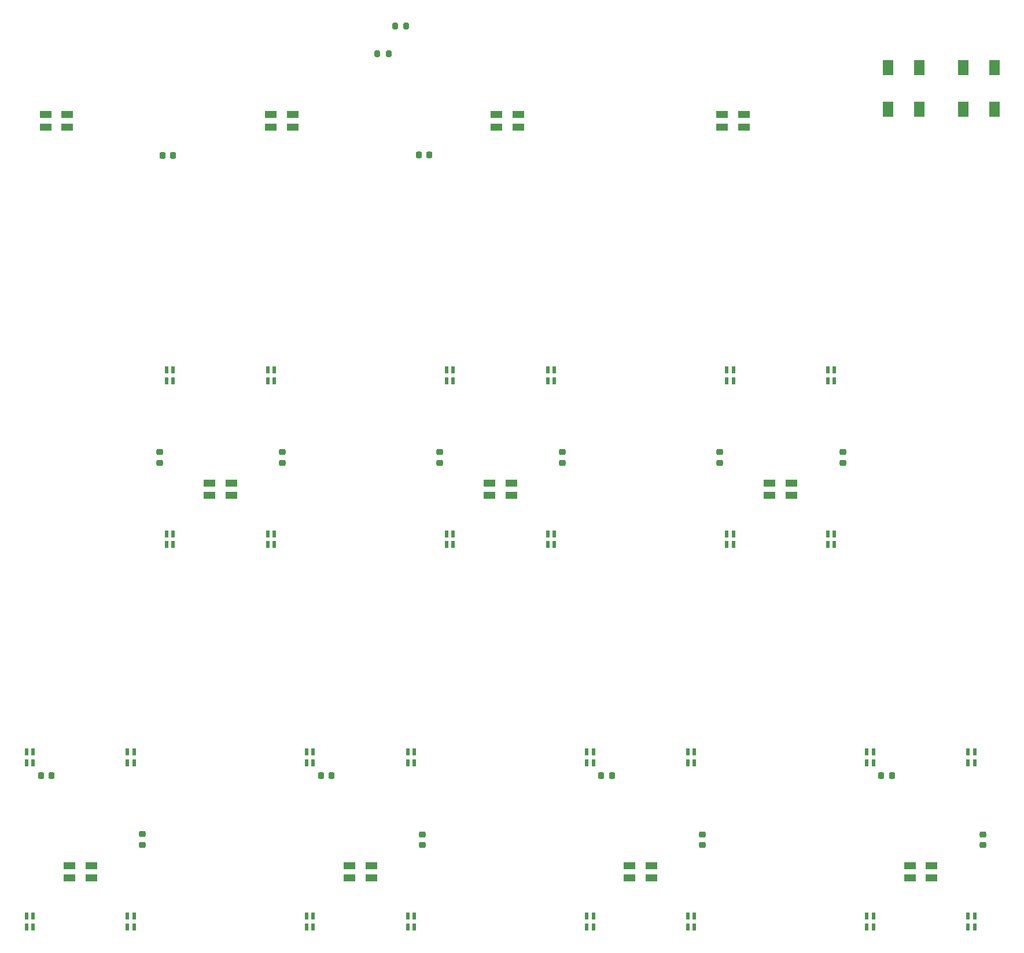
<source format=gtp>
%TF.GenerationSoftware,KiCad,Pcbnew,8.0.3*%
%TF.CreationDate,2024-07-30T03:57:46+02:00*%
%TF.ProjectId,iidx_pico,69696478-5f70-4696-936f-2e6b69636164,rev?*%
%TF.SameCoordinates,Original*%
%TF.FileFunction,Paste,Top*%
%TF.FilePolarity,Positive*%
%FSLAX46Y46*%
G04 Gerber Fmt 4.6, Leading zero omitted, Abs format (unit mm)*
G04 Created by KiCad (PCBNEW 8.0.3) date 2024-07-30 03:57:46*
%MOMM*%
%LPD*%
G01*
G04 APERTURE LIST*
G04 Aperture macros list*
%AMRoundRect*
0 Rectangle with rounded corners*
0 $1 Rounding radius*
0 $2 $3 $4 $5 $6 $7 $8 $9 X,Y pos of 4 corners*
0 Add a 4 corners polygon primitive as box body*
4,1,4,$2,$3,$4,$5,$6,$7,$8,$9,$2,$3,0*
0 Add four circle primitives for the rounded corners*
1,1,$1+$1,$2,$3*
1,1,$1+$1,$4,$5*
1,1,$1+$1,$6,$7*
1,1,$1+$1,$8,$9*
0 Add four rect primitives between the rounded corners*
20,1,$1+$1,$2,$3,$4,$5,0*
20,1,$1+$1,$4,$5,$6,$7,0*
20,1,$1+$1,$6,$7,$8,$9,0*
20,1,$1+$1,$8,$9,$2,$3,0*%
G04 Aperture macros list end*
%ADD10RoundRect,0.225000X-0.225000X-0.250000X0.225000X-0.250000X0.225000X0.250000X-0.225000X0.250000X0*%
%ADD11RoundRect,0.225000X0.225000X0.250000X-0.225000X0.250000X-0.225000X-0.250000X0.225000X-0.250000X0*%
%ADD12RoundRect,0.225000X0.250000X-0.225000X0.250000X0.225000X-0.250000X0.225000X-0.250000X-0.225000X0*%
%ADD13R,0.600000X1.000000*%
%ADD14R,1.800000X1.000000*%
%ADD15R,1.524000X2.286000*%
%ADD16RoundRect,0.200000X-0.200000X-0.275000X0.200000X-0.275000X0.200000X0.275000X-0.200000X0.275000X0*%
G04 APERTURE END LIST*
D10*
%TO.C,C8*%
X111045000Y-135000000D03*
X112595000Y-135000000D03*
%TD*%
%TO.C,C6*%
X70070000Y-135000000D03*
X71620000Y-135000000D03*
%TD*%
%TO.C,C10*%
X152070000Y-135000000D03*
X153620000Y-135000000D03*
%TD*%
D11*
%TO.C,C20*%
X89395000Y-44200000D03*
X87845000Y-44200000D03*
%TD*%
%TO.C,C19*%
X126895000Y-44100000D03*
X125345000Y-44100000D03*
%TD*%
D12*
%TO.C,C17*%
X187395000Y-89200000D03*
X187395000Y-87650000D03*
%TD*%
%TO.C,C18*%
X169420000Y-89200000D03*
X169420000Y-87650000D03*
%TD*%
%TO.C,C15*%
X146395000Y-89200000D03*
X146395000Y-87650000D03*
%TD*%
%TO.C,C16*%
X128420000Y-89200000D03*
X128420000Y-87650000D03*
%TD*%
%TO.C,C14*%
X87420000Y-89200000D03*
X87420000Y-87650000D03*
%TD*%
%TO.C,C13*%
X105395000Y-89200000D03*
X105395000Y-87650000D03*
%TD*%
D10*
%TO.C,C12*%
X193045000Y-135000000D03*
X194595000Y-135000000D03*
%TD*%
D12*
%TO.C,C11*%
X207895000Y-145200000D03*
X207895000Y-143650000D03*
%TD*%
%TO.C,C9*%
X166895000Y-145200000D03*
X166895000Y-143650000D03*
%TD*%
%TO.C,C7*%
X125895000Y-145200000D03*
X125895000Y-143650000D03*
%TD*%
%TO.C,C5*%
X84920000Y-145175000D03*
X84920000Y-143625000D03*
%TD*%
D13*
%TO.C,D72*%
X190940000Y-131600000D03*
X190940000Y-133200000D03*
X191900000Y-131600000D03*
X191900000Y-133200000D03*
%TD*%
%TO.C,D33*%
X123740000Y-155600000D03*
X123740000Y-157200000D03*
X124700000Y-155600000D03*
X124700000Y-157200000D03*
%TD*%
D14*
%TO.C,D70*%
X200420000Y-150000000D03*
X200420000Y-148200000D03*
X197220000Y-150000000D03*
X197220000Y-148200000D03*
%TD*%
D13*
%TO.C,D64*%
X185240000Y-75600000D03*
X185240000Y-77200000D03*
X186200000Y-75600000D03*
X186200000Y-77200000D03*
%TD*%
%TO.C,D71*%
X190940000Y-155600000D03*
X190940000Y-157200000D03*
X191900000Y-155600000D03*
X191900000Y-157200000D03*
%TD*%
%TO.C,D61*%
X170440000Y-99600000D03*
X170440000Y-101200000D03*
X171400000Y-99600000D03*
X171400000Y-101200000D03*
%TD*%
D14*
%TO.C,D20*%
X97920000Y-94000000D03*
X97920000Y-92200000D03*
X94720000Y-94000000D03*
X94720000Y-92200000D03*
%TD*%
D13*
%TO.C,D11*%
X67940000Y-155600000D03*
X67940000Y-157200000D03*
X68900000Y-155600000D03*
X68900000Y-157200000D03*
%TD*%
D14*
%TO.C,D10*%
X77420000Y-150000000D03*
X77420000Y-148200000D03*
X74220000Y-150000000D03*
X74220000Y-148200000D03*
%TD*%
D13*
%TO.C,D43*%
X144240000Y-99600000D03*
X144240000Y-101200000D03*
X145200000Y-99600000D03*
X145200000Y-101200000D03*
%TD*%
%TO.C,D12*%
X67940000Y-131600000D03*
X67940000Y-133200000D03*
X68900000Y-131600000D03*
X68900000Y-133200000D03*
%TD*%
%TO.C,D13*%
X82740000Y-155600000D03*
X82740000Y-157200000D03*
X83700000Y-155600000D03*
X83700000Y-157200000D03*
%TD*%
%TO.C,D54*%
X164740000Y-131600000D03*
X164740000Y-133200000D03*
X165700000Y-131600000D03*
X165700000Y-133200000D03*
%TD*%
D14*
%TO.C,D60*%
X179920000Y-94000000D03*
X179920000Y-92200000D03*
X176720000Y-94000000D03*
X176720000Y-92200000D03*
%TD*%
D13*
%TO.C,D24*%
X103240000Y-75600000D03*
X103240000Y-77200000D03*
X104200000Y-75600000D03*
X104200000Y-77200000D03*
%TD*%
D15*
%TO.C,SW13*%
X205034000Y-37448000D03*
X205034000Y-31352000D03*
X209606000Y-37448000D03*
X209606000Y-31352000D03*
%TD*%
D13*
%TO.C,D62*%
X170440000Y-75600000D03*
X170440000Y-77200000D03*
X171400000Y-75600000D03*
X171400000Y-77200000D03*
%TD*%
%TO.C,D22*%
X88440000Y-75600000D03*
X88440000Y-77200000D03*
X89400000Y-75600000D03*
X89400000Y-77200000D03*
%TD*%
%TO.C,D63*%
X185240000Y-99600000D03*
X185240000Y-101200000D03*
X186200000Y-99600000D03*
X186200000Y-101200000D03*
%TD*%
D14*
%TO.C,D50*%
X159420000Y-150000000D03*
X159420000Y-148200000D03*
X156220000Y-150000000D03*
X156220000Y-148200000D03*
%TD*%
D15*
%TO.C,SW12*%
X194034000Y-37448000D03*
X194034000Y-31352000D03*
X198606000Y-37448000D03*
X198606000Y-31352000D03*
%TD*%
D14*
%TO.C,DA3*%
X136720000Y-38200000D03*
X136720000Y-40000000D03*
X139920000Y-38200000D03*
X139920000Y-40000000D03*
%TD*%
D13*
%TO.C,D74*%
X205740000Y-131600000D03*
X205740000Y-133200000D03*
X206700000Y-131600000D03*
X206700000Y-133200000D03*
%TD*%
D14*
%TO.C,DA4*%
X169720000Y-38200000D03*
X169720000Y-40000000D03*
X172920000Y-38200000D03*
X172920000Y-40000000D03*
%TD*%
D13*
%TO.C,D41*%
X129440000Y-99600000D03*
X129440000Y-101200000D03*
X130400000Y-99600000D03*
X130400000Y-101200000D03*
%TD*%
D14*
%TO.C,DA2*%
X103720000Y-38200000D03*
X103720000Y-40000000D03*
X106920000Y-38200000D03*
X106920000Y-40000000D03*
%TD*%
D13*
%TO.C,D21*%
X88440000Y-99600000D03*
X88440000Y-101200000D03*
X89400000Y-99600000D03*
X89400000Y-101200000D03*
%TD*%
%TO.C,D53*%
X164740000Y-155600000D03*
X164740000Y-157200000D03*
X165700000Y-155600000D03*
X165700000Y-157200000D03*
%TD*%
D14*
%TO.C,DA1*%
X70720000Y-38200000D03*
X70720000Y-40000000D03*
X73920000Y-38200000D03*
X73920000Y-40000000D03*
%TD*%
D13*
%TO.C,D44*%
X144240000Y-75600000D03*
X144240000Y-77200000D03*
X145200000Y-75600000D03*
X145200000Y-77200000D03*
%TD*%
D16*
%TO.C,R5*%
X121895000Y-25200000D03*
X123545000Y-25200000D03*
%TD*%
D13*
%TO.C,D23*%
X103240000Y-99600000D03*
X103240000Y-101200000D03*
X104200000Y-99600000D03*
X104200000Y-101200000D03*
%TD*%
%TO.C,D51*%
X149940000Y-155600000D03*
X149940000Y-157200000D03*
X150900000Y-155600000D03*
X150900000Y-157200000D03*
%TD*%
D14*
%TO.C,D40*%
X138920000Y-94000000D03*
X138920000Y-92200000D03*
X135720000Y-94000000D03*
X135720000Y-92200000D03*
%TD*%
D13*
%TO.C,D42*%
X129440000Y-75600000D03*
X129440000Y-77200000D03*
X130400000Y-75600000D03*
X130400000Y-77200000D03*
%TD*%
%TO.C,D32*%
X108940000Y-131600000D03*
X108940000Y-133200000D03*
X109900000Y-131600000D03*
X109900000Y-133200000D03*
%TD*%
%TO.C,D31*%
X108940000Y-155600000D03*
X108940000Y-157200000D03*
X109900000Y-155600000D03*
X109900000Y-157200000D03*
%TD*%
D14*
%TO.C,D30*%
X118420000Y-150000000D03*
X118420000Y-148200000D03*
X115220000Y-150000000D03*
X115220000Y-148200000D03*
%TD*%
D13*
%TO.C,D34*%
X123740000Y-131600000D03*
X123740000Y-133200000D03*
X124700000Y-131600000D03*
X124700000Y-133200000D03*
%TD*%
%TO.C,D14*%
X82740000Y-131600000D03*
X82740000Y-133200000D03*
X83700000Y-131600000D03*
X83700000Y-133200000D03*
%TD*%
%TO.C,D52*%
X149940000Y-131600000D03*
X149940000Y-133200000D03*
X150900000Y-131600000D03*
X150900000Y-133200000D03*
%TD*%
%TO.C,D73*%
X205740000Y-155600000D03*
X205740000Y-157200000D03*
X206700000Y-155600000D03*
X206700000Y-157200000D03*
%TD*%
D16*
%TO.C,R4*%
X119295000Y-29300000D03*
X120945000Y-29300000D03*
%TD*%
M02*

</source>
